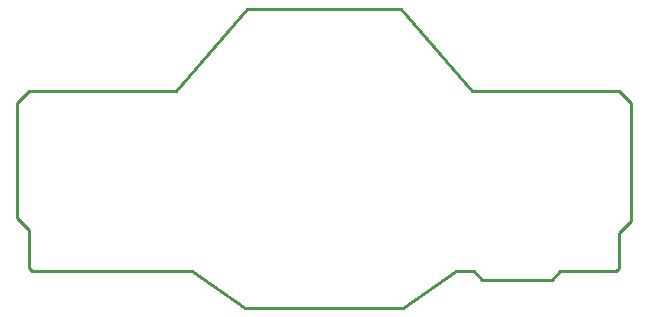
<source format=gbr>
G04 EAGLE Gerber X2 export*
G04 #@! %TF.Part,Single*
G04 #@! %TF.FileFunction,Profile,NP*
G04 #@! %TF.FilePolarity,Positive*
G04 #@! %TF.GenerationSoftware,Autodesk,EAGLE,8.6.0*
G04 #@! %TF.CreationDate,2018-03-03T08:39:01Z*
G75*
%MOMM*%
%FSLAX34Y34*%
%LPD*%
%AMOC8*
5,1,8,0,0,1.08239X$1,22.5*%
G01*
%ADD10C,0.254000*%


D10*
X230000Y297500D02*
X240000Y287500D01*
X240000Y257500D01*
X240019Y257064D01*
X240076Y256632D01*
X240170Y256206D01*
X240302Y255790D01*
X240468Y255387D01*
X240670Y255000D01*
X240904Y254632D01*
X241170Y254286D01*
X241464Y253964D01*
X241786Y253670D01*
X242132Y253404D01*
X242500Y253170D01*
X242887Y252968D01*
X243290Y252802D01*
X243706Y252670D01*
X244132Y252576D01*
X244564Y252519D01*
X245000Y252500D01*
X378500Y252500D01*
X423250Y221500D01*
X556500Y221500D01*
X601500Y252500D01*
X617000Y252500D01*
X624000Y245500D01*
X682750Y245500D01*
X690000Y252500D01*
X735000Y252500D01*
X735436Y252519D01*
X735868Y252576D01*
X736294Y252670D01*
X736710Y252802D01*
X737113Y252968D01*
X737500Y253170D01*
X737868Y253404D01*
X738214Y253670D01*
X738536Y253964D01*
X738830Y254286D01*
X739096Y254632D01*
X739330Y255000D01*
X739532Y255387D01*
X739698Y255790D01*
X739830Y256206D01*
X739924Y256632D01*
X739981Y257064D01*
X740000Y257500D01*
X740000Y285000D01*
X750000Y295000D01*
X750000Y395000D01*
X740000Y405000D01*
X615000Y405000D01*
X555000Y475000D01*
X425000Y475000D01*
X365000Y405000D01*
X240000Y405000D01*
X230000Y395000D01*
X230000Y297500D01*
M02*

</source>
